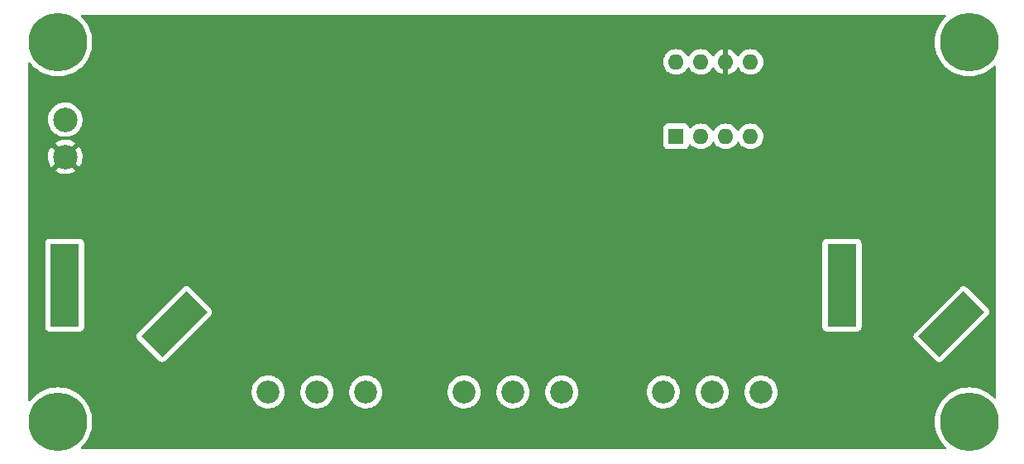
<source format=gbr>
%TF.GenerationSoftware,KiCad,Pcbnew,(6.0.0-0)*%
%TF.CreationDate,2022-11-16T00:40:35-05:00*%
%TF.ProjectId,amplifier,616d706c-6966-4696-9572-2e6b69636164,rev?*%
%TF.SameCoordinates,Original*%
%TF.FileFunction,Copper,L2,Bot*%
%TF.FilePolarity,Positive*%
%FSLAX46Y46*%
G04 Gerber Fmt 4.6, Leading zero omitted, Abs format (unit mm)*
G04 Created by KiCad (PCBNEW (6.0.0-0)) date 2022-11-16 00:40:35*
%MOMM*%
%LPD*%
G01*
G04 APERTURE LIST*
G04 Aperture macros list*
%AMRotRect*
0 Rectangle, with rotation*
0 The origin of the aperture is its center*
0 $1 length*
0 $2 width*
0 $3 Rotation angle, in degrees counterclockwise*
0 Add horizontal line*
21,1,$1,$2,0,0,$3*%
G04 Aperture macros list end*
%TA.AperFunction,ComponentPad*%
%ADD10C,6.000000*%
%TD*%
%TA.AperFunction,ComponentPad*%
%ADD11C,0.800000*%
%TD*%
%TA.AperFunction,ComponentPad*%
%ADD12R,1.600000X1.600000*%
%TD*%
%TA.AperFunction,ComponentPad*%
%ADD13O,1.600000X1.600000*%
%TD*%
%TA.AperFunction,ComponentPad*%
%ADD14C,2.340000*%
%TD*%
%TA.AperFunction,ComponentPad*%
%ADD15R,3.000000X8.500000*%
%TD*%
%TA.AperFunction,ComponentPad*%
%ADD16RotRect,3.000000X6.500000X315.000000*%
%TD*%
%TA.AperFunction,ComponentPad*%
%ADD17C,2.500000*%
%TD*%
%TA.AperFunction,ViaPad*%
%ADD18C,0.800000*%
%TD*%
G04 APERTURE END LIST*
D10*
%TO.P,H4,1,1*%
%TO.N,GND*%
X165125000Y-121412000D03*
D11*
X167375000Y-121412000D03*
X166715990Y-123002990D03*
X165125000Y-123662000D03*
X163534010Y-123002990D03*
X162875000Y-121412000D03*
X163534010Y-119821010D03*
X165125000Y-119162000D03*
X166715990Y-119821010D03*
%TD*%
D10*
%TO.P,H3,1,1*%
%TO.N,GND*%
X71861000Y-121412000D03*
D11*
X74111000Y-121412000D03*
X73451990Y-123002990D03*
X71861000Y-123662000D03*
X70270010Y-123002990D03*
X69611000Y-121412000D03*
X70270010Y-119821010D03*
X71861000Y-119162000D03*
X73451990Y-119821010D03*
%TD*%
D10*
%TO.P,H2,1,1*%
%TO.N,GND*%
X71861000Y-160274000D03*
D11*
X74111000Y-160274000D03*
X73451990Y-161864990D03*
X71861000Y-162524000D03*
X70270010Y-161864990D03*
X69611000Y-160274000D03*
X70270010Y-158683010D03*
X71861000Y-158024000D03*
X73451990Y-158683010D03*
%TD*%
D10*
%TO.P,H1,1,1*%
%TO.N,GND*%
X165125000Y-160274000D03*
D11*
X167375000Y-160274000D03*
X166715990Y-161864990D03*
X165125000Y-162524000D03*
X163534010Y-161864990D03*
X162875000Y-160274000D03*
X163534010Y-158683010D03*
X165125000Y-158024000D03*
X166715990Y-158683010D03*
%TD*%
D12*
%TO.P,U1,1,GAIN*%
%TO.N,Net-(RV2-Pad2)*%
X135138000Y-131054000D03*
D13*
%TO.P,U1,5*%
%TO.N,Net-(C7-Pad1)*%
X142758000Y-123434000D03*
%TO.P,U1,2,-*%
%TO.N,GND*%
X137678000Y-131054000D03*
%TO.P,U1,6,V+*%
%TO.N,+12V*%
X140218000Y-123434000D03*
%TO.P,U1,3,+*%
%TO.N,Net-(C3-Pad2)*%
X140218000Y-131054000D03*
%TO.P,U1,7,BYPASS*%
%TO.N,Net-(R1-Pad1)*%
X137678000Y-123434000D03*
%TO.P,U1,4,GND*%
%TO.N,GND*%
X142758000Y-131054000D03*
%TO.P,U1,8,GAIN*%
%TO.N,Net-(C6-Pad1)*%
X135138000Y-123434000D03*
%TD*%
D14*
%TO.P,RV3,1,1*%
%TO.N,unconnected-(RV3-Pad1)*%
X103378000Y-157220000D03*
%TO.P,RV3,2,2*%
%TO.N,Net-(RV2-Pad2)*%
X98378000Y-157220000D03*
%TO.P,RV3,3,3*%
%TO.N,Net-(C7-Pad2)*%
X93378000Y-157220000D03*
%TD*%
%TO.P,RV2,1,1*%
%TO.N,unconnected-(RV2-Pad1)*%
X123444000Y-157220000D03*
%TO.P,RV2,2,2*%
%TO.N,Net-(RV2-Pad2)*%
X118444000Y-157220000D03*
%TO.P,RV2,3,3*%
%TO.N,Net-(C6-Pad2)*%
X113444000Y-157220000D03*
%TD*%
%TO.P,RV1,1,1*%
%TO.N,/AUDIO_IN*%
X143837000Y-157226000D03*
%TO.P,RV1,2,2*%
%TO.N,Net-(C3-Pad2)*%
X138837000Y-157226000D03*
%TO.P,RV1,3,3*%
%TO.N,GND*%
X133837000Y-157226000D03*
%TD*%
D15*
%TO.P,J3,S*%
%TO.N,GND*%
X152109000Y-146304000D03*
D16*
%TO.P,J3,T*%
%TO.N,/AUDIO_OUT*%
X163319000Y-150286000D03*
%TD*%
D17*
%TO.P,J2,1,Pin_1*%
%TO.N,GND*%
X72623000Y-129352000D03*
%TO.P,J2,2,Pin_2*%
%TO.N,+12V*%
X72623000Y-133162000D03*
%TD*%
D15*
%TO.P,J1,S*%
%TO.N,GND*%
X72561000Y-146305000D03*
D16*
%TO.P,J1,T*%
%TO.N,/AUDIO_IN*%
X83771000Y-150287000D03*
%TD*%
D18*
%TO.N,+12V*%
X145796000Y-124968000D03*
%TD*%
%TA.AperFunction,Conductor*%
%TO.N,+12V*%
G36*
X162721162Y-118638002D02*
G01*
X162767655Y-118691658D01*
X162777759Y-118761932D01*
X162748265Y-118826512D01*
X162742136Y-118833095D01*
X162514098Y-119061133D01*
X162512013Y-119063708D01*
X162287328Y-119341171D01*
X162282668Y-119346925D01*
X162082380Y-119655343D01*
X161915427Y-119983006D01*
X161783639Y-120326326D01*
X161688459Y-120681541D01*
X161630931Y-121044759D01*
X161611685Y-121412000D01*
X161630931Y-121779241D01*
X161688459Y-122142459D01*
X161783639Y-122497674D01*
X161784824Y-122500762D01*
X161784825Y-122500764D01*
X161817592Y-122586125D01*
X161915427Y-122840994D01*
X161916925Y-122843934D01*
X161991384Y-122990067D01*
X162082380Y-123168657D01*
X162084176Y-123171423D01*
X162084178Y-123171426D01*
X162106574Y-123205913D01*
X162282668Y-123477075D01*
X162514098Y-123762867D01*
X162774133Y-124022902D01*
X163059925Y-124254332D01*
X163163474Y-124321577D01*
X163350406Y-124442972D01*
X163368342Y-124454620D01*
X163371276Y-124456115D01*
X163371283Y-124456119D01*
X163602342Y-124573849D01*
X163696006Y-124621573D01*
X163810414Y-124665490D01*
X164022805Y-124747019D01*
X164039326Y-124753361D01*
X164394541Y-124848541D01*
X164587558Y-124879112D01*
X164754511Y-124905555D01*
X164754519Y-124905556D01*
X164757759Y-124906069D01*
X165125000Y-124925315D01*
X165492241Y-124906069D01*
X165495481Y-124905556D01*
X165495489Y-124905555D01*
X165662442Y-124879112D01*
X165855459Y-124848541D01*
X166210674Y-124753361D01*
X166227196Y-124747019D01*
X166439586Y-124665490D01*
X166553994Y-124621573D01*
X166647658Y-124573849D01*
X166878717Y-124456119D01*
X166878724Y-124456115D01*
X166881658Y-124454620D01*
X166899595Y-124442972D01*
X167086526Y-124321577D01*
X167190075Y-124254332D01*
X167475867Y-124022902D01*
X167678905Y-123819864D01*
X167741217Y-123785838D01*
X167812032Y-123790903D01*
X167868868Y-123833450D01*
X167893679Y-123899970D01*
X167894000Y-123908959D01*
X167894000Y-157777041D01*
X167873998Y-157845162D01*
X167820342Y-157891655D01*
X167750068Y-157901759D01*
X167685488Y-157872265D01*
X167678905Y-157866136D01*
X167475867Y-157663098D01*
X167190075Y-157431668D01*
X166881658Y-157231380D01*
X166878724Y-157229885D01*
X166878717Y-157229881D01*
X166556934Y-157065925D01*
X166553994Y-157064427D01*
X166210674Y-156932639D01*
X165855459Y-156837459D01*
X165662442Y-156806888D01*
X165495489Y-156780445D01*
X165495481Y-156780444D01*
X165492241Y-156779931D01*
X165125000Y-156760685D01*
X164757759Y-156779931D01*
X164754519Y-156780444D01*
X164754511Y-156780445D01*
X164587558Y-156806888D01*
X164394541Y-156837459D01*
X164039326Y-156932639D01*
X163696006Y-157064427D01*
X163693066Y-157065925D01*
X163371284Y-157229881D01*
X163371277Y-157229885D01*
X163368343Y-157231380D01*
X163059925Y-157431668D01*
X162774133Y-157663098D01*
X162514098Y-157923133D01*
X162425059Y-158033087D01*
X162287328Y-158203171D01*
X162282668Y-158208925D01*
X162280866Y-158211700D01*
X162143279Y-158423567D01*
X162082380Y-158517343D01*
X162080885Y-158520277D01*
X162080881Y-158520284D01*
X161928834Y-158818694D01*
X161915427Y-158845006D01*
X161783639Y-159188326D01*
X161688459Y-159543541D01*
X161630931Y-159906759D01*
X161611685Y-160274000D01*
X161630931Y-160641241D01*
X161688459Y-161004459D01*
X161783639Y-161359674D01*
X161915427Y-161702994D01*
X162082380Y-162030657D01*
X162282668Y-162339075D01*
X162514098Y-162624867D01*
X162742136Y-162852905D01*
X162776162Y-162915217D01*
X162771097Y-162986032D01*
X162728550Y-163042868D01*
X162662030Y-163067679D01*
X162653041Y-163068000D01*
X74332959Y-163068000D01*
X74264838Y-163047998D01*
X74218345Y-162994342D01*
X74208241Y-162924068D01*
X74237735Y-162859488D01*
X74243864Y-162852905D01*
X74471902Y-162624867D01*
X74703332Y-162339075D01*
X74903620Y-162030657D01*
X75070573Y-161702994D01*
X75202361Y-161359674D01*
X75297541Y-161004459D01*
X75355069Y-160641241D01*
X75374315Y-160274000D01*
X75355069Y-159906759D01*
X75297541Y-159543541D01*
X75202361Y-159188326D01*
X75070573Y-158845006D01*
X75057166Y-158818694D01*
X74905119Y-158520284D01*
X74905115Y-158520277D01*
X74903620Y-158517343D01*
X74842722Y-158423567D01*
X74705134Y-158211700D01*
X74703332Y-158208925D01*
X74698673Y-158203171D01*
X74560941Y-158033087D01*
X74471902Y-157923133D01*
X74211867Y-157663098D01*
X73926075Y-157431668D01*
X73617658Y-157231380D01*
X73614724Y-157229885D01*
X73614717Y-157229881D01*
X73508849Y-157175939D01*
X91695370Y-157175939D01*
X91695594Y-157180606D01*
X91695594Y-157180611D01*
X91697335Y-157216851D01*
X91707339Y-157425131D01*
X91756010Y-157669818D01*
X91840314Y-157904622D01*
X91958398Y-158124386D01*
X91961193Y-158128130D01*
X91961195Y-158128132D01*
X92015463Y-158200805D01*
X92107668Y-158324283D01*
X92284844Y-158499921D01*
X92288606Y-158502679D01*
X92288609Y-158502682D01*
X92478265Y-158641742D01*
X92486036Y-158647440D01*
X92490171Y-158649616D01*
X92490175Y-158649618D01*
X92606009Y-158710561D01*
X92706823Y-158763602D01*
X92728423Y-158771145D01*
X92931510Y-158842066D01*
X92942354Y-158845853D01*
X92946947Y-158846725D01*
X93182867Y-158891516D01*
X93182870Y-158891516D01*
X93187456Y-158892387D01*
X93312099Y-158897284D01*
X93432075Y-158901999D01*
X93432081Y-158901999D01*
X93436743Y-158902182D01*
X93534134Y-158891516D01*
X93680087Y-158875532D01*
X93680092Y-158875531D01*
X93684740Y-158875022D01*
X93787030Y-158848091D01*
X93921476Y-158812694D01*
X93921478Y-158812693D01*
X93925999Y-158811503D01*
X94019935Y-158771145D01*
X94150924Y-158714868D01*
X94150926Y-158714867D01*
X94155218Y-158713023D01*
X94265667Y-158644675D01*
X94363391Y-158584202D01*
X94363395Y-158584199D01*
X94367364Y-158581743D01*
X94453667Y-158508682D01*
X94554209Y-158423567D01*
X94554210Y-158423566D01*
X94557775Y-158420548D01*
X94634054Y-158333569D01*
X94719187Y-158236494D01*
X94719191Y-158236489D01*
X94722269Y-158232979D01*
X94857231Y-158023157D01*
X94959697Y-157795691D01*
X94993505Y-157675818D01*
X95026146Y-157560082D01*
X95026147Y-157560079D01*
X95027416Y-157555578D01*
X95043248Y-157431131D01*
X95058502Y-157311222D01*
X95058502Y-157311218D01*
X95058900Y-157308092D01*
X95061207Y-157220000D01*
X95057933Y-157175939D01*
X96695370Y-157175939D01*
X96695594Y-157180606D01*
X96695594Y-157180611D01*
X96697335Y-157216851D01*
X96707339Y-157425131D01*
X96756010Y-157669818D01*
X96840314Y-157904622D01*
X96958398Y-158124386D01*
X96961193Y-158128130D01*
X96961195Y-158128132D01*
X97015463Y-158200805D01*
X97107668Y-158324283D01*
X97284844Y-158499921D01*
X97288606Y-158502679D01*
X97288609Y-158502682D01*
X97478265Y-158641742D01*
X97486036Y-158647440D01*
X97490171Y-158649616D01*
X97490175Y-158649618D01*
X97606009Y-158710561D01*
X97706823Y-158763602D01*
X97728423Y-158771145D01*
X97931510Y-158842066D01*
X97942354Y-158845853D01*
X97946947Y-158846725D01*
X98182867Y-158891516D01*
X98182870Y-158891516D01*
X98187456Y-158892387D01*
X98312099Y-158897284D01*
X98432075Y-158901999D01*
X98432081Y-158901999D01*
X98436743Y-158902182D01*
X98534134Y-158891516D01*
X98680087Y-158875532D01*
X98680092Y-158875531D01*
X98684740Y-158875022D01*
X98787030Y-158848091D01*
X98921476Y-158812694D01*
X98921478Y-158812693D01*
X98925999Y-158811503D01*
X99019935Y-158771145D01*
X99150924Y-158714868D01*
X99150926Y-158714867D01*
X99155218Y-158713023D01*
X99265667Y-158644675D01*
X99363391Y-158584202D01*
X99363395Y-158584199D01*
X99367364Y-158581743D01*
X99453667Y-158508682D01*
X99554209Y-158423567D01*
X99554210Y-158423566D01*
X99557775Y-158420548D01*
X99634054Y-158333569D01*
X99719187Y-158236494D01*
X99719191Y-158236489D01*
X99722269Y-158232979D01*
X99857231Y-158023157D01*
X99959697Y-157795691D01*
X99993505Y-157675818D01*
X100026146Y-157560082D01*
X100026147Y-157560079D01*
X100027416Y-157555578D01*
X100043248Y-157431131D01*
X100058502Y-157311222D01*
X100058502Y-157311218D01*
X100058900Y-157308092D01*
X100061207Y-157220000D01*
X100057933Y-157175939D01*
X101695370Y-157175939D01*
X101695594Y-157180606D01*
X101695594Y-157180611D01*
X101697335Y-157216851D01*
X101707339Y-157425131D01*
X101756010Y-157669818D01*
X101840314Y-157904622D01*
X101958398Y-158124386D01*
X101961193Y-158128130D01*
X101961195Y-158128132D01*
X102015463Y-158200805D01*
X102107668Y-158324283D01*
X102284844Y-158499921D01*
X102288606Y-158502679D01*
X102288609Y-158502682D01*
X102478265Y-158641742D01*
X102486036Y-158647440D01*
X102490171Y-158649616D01*
X102490175Y-158649618D01*
X102606009Y-158710561D01*
X102706823Y-158763602D01*
X102728423Y-158771145D01*
X102931510Y-158842066D01*
X102942354Y-158845853D01*
X102946947Y-158846725D01*
X103182867Y-158891516D01*
X103182870Y-158891516D01*
X103187456Y-158892387D01*
X103312099Y-158897284D01*
X103432075Y-158901999D01*
X103432081Y-158901999D01*
X103436743Y-158902182D01*
X103534134Y-158891516D01*
X103680087Y-158875532D01*
X103680092Y-158875531D01*
X103684740Y-158875022D01*
X103787030Y-158848091D01*
X103921476Y-158812694D01*
X103921478Y-158812693D01*
X103925999Y-158811503D01*
X104019935Y-158771145D01*
X104150924Y-158714868D01*
X104150926Y-158714867D01*
X104155218Y-158713023D01*
X104265667Y-158644675D01*
X104363391Y-158584202D01*
X104363395Y-158584199D01*
X104367364Y-158581743D01*
X104453667Y-158508682D01*
X104554209Y-158423567D01*
X104554210Y-158423566D01*
X104557775Y-158420548D01*
X104634054Y-158333569D01*
X104719187Y-158236494D01*
X104719191Y-158236489D01*
X104722269Y-158232979D01*
X104857231Y-158023157D01*
X104959697Y-157795691D01*
X104993505Y-157675818D01*
X105026146Y-157560082D01*
X105026147Y-157560079D01*
X105027416Y-157555578D01*
X105043248Y-157431131D01*
X105058502Y-157311222D01*
X105058502Y-157311218D01*
X105058900Y-157308092D01*
X105061207Y-157220000D01*
X105057933Y-157175939D01*
X111761370Y-157175939D01*
X111761594Y-157180606D01*
X111761594Y-157180611D01*
X111763335Y-157216851D01*
X111773339Y-157425131D01*
X111822010Y-157669818D01*
X111906314Y-157904622D01*
X112024398Y-158124386D01*
X112027193Y-158128130D01*
X112027195Y-158128132D01*
X112081463Y-158200805D01*
X112173668Y-158324283D01*
X112350844Y-158499921D01*
X112354606Y-158502679D01*
X112354609Y-158502682D01*
X112544265Y-158641742D01*
X112552036Y-158647440D01*
X112556171Y-158649616D01*
X112556175Y-158649618D01*
X112672009Y-158710561D01*
X112772823Y-158763602D01*
X112794423Y-158771145D01*
X112997510Y-158842066D01*
X113008354Y-158845853D01*
X113012947Y-158846725D01*
X113248867Y-158891516D01*
X113248870Y-158891516D01*
X113253456Y-158892387D01*
X113378099Y-158897284D01*
X113498075Y-158901999D01*
X113498081Y-158901999D01*
X113502743Y-158902182D01*
X113600134Y-158891516D01*
X113746087Y-158875532D01*
X113746092Y-158875531D01*
X113750740Y-158875022D01*
X113853030Y-158848091D01*
X113987476Y-158812694D01*
X113987478Y-158812693D01*
X113991999Y-158811503D01*
X114085935Y-158771145D01*
X114216924Y-158714868D01*
X114216926Y-158714867D01*
X114221218Y-158713023D01*
X114331667Y-158644675D01*
X114429391Y-158584202D01*
X114429395Y-158584199D01*
X114433364Y-158581743D01*
X114519667Y-158508682D01*
X114620209Y-158423567D01*
X114620210Y-158423566D01*
X114623775Y-158420548D01*
X114700054Y-158333569D01*
X114785187Y-158236494D01*
X114785191Y-158236489D01*
X114788269Y-158232979D01*
X114923231Y-158023157D01*
X115025697Y-157795691D01*
X115059505Y-157675818D01*
X115092146Y-157560082D01*
X115092147Y-157560079D01*
X115093416Y-157555578D01*
X115109248Y-157431131D01*
X115124502Y-157311222D01*
X115124502Y-157311218D01*
X115124900Y-157308092D01*
X115127207Y-157220000D01*
X115123933Y-157175939D01*
X116761370Y-157175939D01*
X116761594Y-157180606D01*
X116761594Y-157180611D01*
X116763335Y-157216851D01*
X116773339Y-157425131D01*
X116822010Y-157669818D01*
X116906314Y-157904622D01*
X117024398Y-158124386D01*
X117027193Y-158128130D01*
X117027195Y-158128132D01*
X117081463Y-158200805D01*
X117173668Y-158324283D01*
X117350844Y-158499921D01*
X117354606Y-158502679D01*
X117354609Y-158502682D01*
X117544265Y-158641742D01*
X117552036Y-158647440D01*
X117556171Y-158649616D01*
X117556175Y-158649618D01*
X117672009Y-158710561D01*
X117772823Y-158763602D01*
X117794423Y-158771145D01*
X117997510Y-158842066D01*
X118008354Y-158845853D01*
X118012947Y-158846725D01*
X118248867Y-158891516D01*
X118248870Y-158891516D01*
X118253456Y-158892387D01*
X118378099Y-158897284D01*
X118498075Y-158901999D01*
X118498081Y-158901999D01*
X118502743Y-158902182D01*
X118600134Y-158891516D01*
X118746087Y-158875532D01*
X118746092Y-158875531D01*
X118750740Y-158875022D01*
X118853030Y-158848091D01*
X118987476Y-158812694D01*
X118987478Y-158812693D01*
X118991999Y-158811503D01*
X119085935Y-158771145D01*
X119216924Y-158714868D01*
X119216926Y-158714867D01*
X119221218Y-158713023D01*
X119331667Y-158644675D01*
X119429391Y-158584202D01*
X119429395Y-158584199D01*
X119433364Y-158581743D01*
X119519667Y-158508682D01*
X119620209Y-158423567D01*
X119620210Y-158423566D01*
X119623775Y-158420548D01*
X119700054Y-158333569D01*
X119785187Y-158236494D01*
X119785191Y-158236489D01*
X119788269Y-158232979D01*
X119923231Y-158023157D01*
X120025697Y-157795691D01*
X120059505Y-157675818D01*
X120092146Y-157560082D01*
X120092147Y-157560079D01*
X120093416Y-157555578D01*
X120109248Y-157431131D01*
X120124502Y-157311222D01*
X120124502Y-157311218D01*
X120124900Y-157308092D01*
X120127207Y-157220000D01*
X120123933Y-157175939D01*
X121761370Y-157175939D01*
X121761594Y-157180606D01*
X121761594Y-157180611D01*
X121763335Y-157216851D01*
X121773339Y-157425131D01*
X121822010Y-157669818D01*
X121906314Y-157904622D01*
X122024398Y-158124386D01*
X122027193Y-158128130D01*
X122027195Y-158128132D01*
X122081463Y-158200805D01*
X122173668Y-158324283D01*
X122350844Y-158499921D01*
X122354606Y-158502679D01*
X122354609Y-158502682D01*
X122544265Y-158641742D01*
X122552036Y-158647440D01*
X122556171Y-158649616D01*
X122556175Y-158649618D01*
X122672009Y-158710561D01*
X122772823Y-158763602D01*
X122794423Y-158771145D01*
X122997510Y-158842066D01*
X123008354Y-158845853D01*
X123012947Y-158846725D01*
X123248867Y-158891516D01*
X123248870Y-158891516D01*
X123253456Y-158892387D01*
X123378099Y-158897284D01*
X123498075Y-158901999D01*
X123498081Y-158901999D01*
X123502743Y-158902182D01*
X123600134Y-158891516D01*
X123746087Y-158875532D01*
X123746092Y-158875531D01*
X123750740Y-158875022D01*
X123853030Y-158848091D01*
X123987476Y-158812694D01*
X123987478Y-158812693D01*
X123991999Y-158811503D01*
X124085935Y-158771145D01*
X124216924Y-158714868D01*
X124216926Y-158714867D01*
X124221218Y-158713023D01*
X124331667Y-158644675D01*
X124429391Y-158584202D01*
X124429395Y-158584199D01*
X124433364Y-158581743D01*
X124519667Y-158508682D01*
X124620209Y-158423567D01*
X124620210Y-158423566D01*
X124623775Y-158420548D01*
X124700054Y-158333569D01*
X124785187Y-158236494D01*
X124785191Y-158236489D01*
X124788269Y-158232979D01*
X124923231Y-158023157D01*
X125025697Y-157795691D01*
X125059505Y-157675818D01*
X125092146Y-157560082D01*
X125092147Y-157560079D01*
X125093416Y-157555578D01*
X125109248Y-157431131D01*
X125124502Y-157311222D01*
X125124502Y-157311218D01*
X125124900Y-157308092D01*
X125127207Y-157220000D01*
X125124379Y-157181939D01*
X132154370Y-157181939D01*
X132154594Y-157186606D01*
X132154594Y-157186611D01*
X132156831Y-157233178D01*
X132166339Y-157431131D01*
X132215010Y-157675818D01*
X132299314Y-157910622D01*
X132417398Y-158130386D01*
X132566668Y-158330283D01*
X132743844Y-158505921D01*
X132747606Y-158508679D01*
X132747609Y-158508682D01*
X132933082Y-158644675D01*
X132945036Y-158653440D01*
X132949171Y-158655616D01*
X132949175Y-158655618D01*
X133053605Y-158710561D01*
X133165823Y-158769602D01*
X133280523Y-158809657D01*
X133386670Y-158846725D01*
X133401354Y-158851853D01*
X133405947Y-158852725D01*
X133641867Y-158897516D01*
X133641870Y-158897516D01*
X133646456Y-158898387D01*
X133771100Y-158903285D01*
X133891075Y-158907999D01*
X133891081Y-158907999D01*
X133895743Y-158908182D01*
X133993134Y-158897516D01*
X134139087Y-158881532D01*
X134139092Y-158881531D01*
X134143740Y-158881022D01*
X134148264Y-158879831D01*
X134380476Y-158818694D01*
X134380478Y-158818693D01*
X134384999Y-158817503D01*
X134389296Y-158815657D01*
X134609924Y-158720868D01*
X134609926Y-158720867D01*
X134614218Y-158719023D01*
X134734363Y-158644675D01*
X134822391Y-158590202D01*
X134822395Y-158590199D01*
X134826364Y-158587743D01*
X134926900Y-158502633D01*
X135013209Y-158429567D01*
X135013210Y-158429566D01*
X135016775Y-158426548D01*
X135098316Y-158333569D01*
X135178187Y-158242494D01*
X135178191Y-158242489D01*
X135181269Y-158238979D01*
X135185129Y-158232979D01*
X135313703Y-158033087D01*
X135316231Y-158029157D01*
X135418697Y-157801691D01*
X135425649Y-157777041D01*
X135485146Y-157566082D01*
X135485147Y-157566079D01*
X135486416Y-157561578D01*
X135503172Y-157429866D01*
X135517502Y-157317222D01*
X135517502Y-157317218D01*
X135517900Y-157314092D01*
X135520207Y-157226000D01*
X135516933Y-157181939D01*
X137154370Y-157181939D01*
X137154594Y-157186606D01*
X137154594Y-157186611D01*
X137156831Y-157233178D01*
X137166339Y-157431131D01*
X137215010Y-157675818D01*
X137299314Y-157910622D01*
X137417398Y-158130386D01*
X137566668Y-158330283D01*
X137743844Y-158505921D01*
X137747606Y-158508679D01*
X137747609Y-158508682D01*
X137933082Y-158644675D01*
X137945036Y-158653440D01*
X137949171Y-158655616D01*
X137949175Y-158655618D01*
X138053605Y-158710561D01*
X138165823Y-158769602D01*
X138280523Y-158809657D01*
X138386670Y-158846725D01*
X138401354Y-158851853D01*
X138405947Y-158852725D01*
X138641867Y-158897516D01*
X138641870Y-158897516D01*
X138646456Y-158898387D01*
X138771100Y-158903285D01*
X138891075Y-158907999D01*
X138891081Y-158907999D01*
X138895743Y-158908182D01*
X138993134Y-158897516D01*
X139139087Y-158881532D01*
X139139092Y-158881531D01*
X139143740Y-158881022D01*
X139148264Y-158879831D01*
X139380476Y-158818694D01*
X139380478Y-158818693D01*
X139384999Y-158817503D01*
X139389296Y-158815657D01*
X139609924Y-158720868D01*
X139609926Y-158720867D01*
X139614218Y-158719023D01*
X139734363Y-158644675D01*
X139822391Y-158590202D01*
X139822395Y-158590199D01*
X139826364Y-158587743D01*
X139926900Y-158502633D01*
X140013209Y-158429567D01*
X140013210Y-158429566D01*
X140016775Y-158426548D01*
X140098316Y-158333569D01*
X140178187Y-158242494D01*
X140178191Y-158242489D01*
X140181269Y-158238979D01*
X140185129Y-158232979D01*
X140313703Y-158033087D01*
X140316231Y-158029157D01*
X140418697Y-157801691D01*
X140425649Y-157777041D01*
X140485146Y-157566082D01*
X140485147Y-157566079D01*
X140486416Y-157561578D01*
X140503172Y-157429866D01*
X140517502Y-157317222D01*
X140517502Y-157317218D01*
X140517900Y-157314092D01*
X140520207Y-157226000D01*
X140516933Y-157181939D01*
X142154370Y-157181939D01*
X142154594Y-157186606D01*
X142154594Y-157186611D01*
X142156831Y-157233178D01*
X142166339Y-157431131D01*
X142215010Y-157675818D01*
X142299314Y-157910622D01*
X142417398Y-158130386D01*
X142566668Y-158330283D01*
X142743844Y-158505921D01*
X142747606Y-158508679D01*
X142747609Y-158508682D01*
X142933082Y-158644675D01*
X142945036Y-158653440D01*
X142949171Y-158655616D01*
X142949175Y-158655618D01*
X143053605Y-158710561D01*
X143165823Y-158769602D01*
X143280523Y-158809657D01*
X143386670Y-158846725D01*
X143401354Y-158851853D01*
X143405947Y-158852725D01*
X143641867Y-158897516D01*
X143641870Y-158897516D01*
X143646456Y-158898387D01*
X143771100Y-158903285D01*
X143891075Y-158907999D01*
X143891081Y-158907999D01*
X143895743Y-158908182D01*
X143993134Y-158897516D01*
X144139087Y-158881532D01*
X144139092Y-158881531D01*
X144143740Y-158881022D01*
X144148264Y-158879831D01*
X144380476Y-158818694D01*
X144380478Y-158818693D01*
X144384999Y-158817503D01*
X144389296Y-158815657D01*
X144609924Y-158720868D01*
X144609926Y-158720867D01*
X144614218Y-158719023D01*
X144734363Y-158644675D01*
X144822391Y-158590202D01*
X144822395Y-158590199D01*
X144826364Y-158587743D01*
X144926900Y-158502633D01*
X145013209Y-158429567D01*
X145013210Y-158429566D01*
X145016775Y-158426548D01*
X145098316Y-158333569D01*
X145178187Y-158242494D01*
X145178191Y-158242489D01*
X145181269Y-158238979D01*
X145185129Y-158232979D01*
X145313703Y-158033087D01*
X145316231Y-158029157D01*
X145418697Y-157801691D01*
X145425649Y-157777041D01*
X145485146Y-157566082D01*
X145485147Y-157566079D01*
X145486416Y-157561578D01*
X145503172Y-157429866D01*
X145517502Y-157317222D01*
X145517502Y-157317218D01*
X145517900Y-157314092D01*
X145520207Y-157226000D01*
X145501718Y-156977206D01*
X145446659Y-156733878D01*
X145442633Y-156723524D01*
X145357931Y-156505714D01*
X145357930Y-156505712D01*
X145356238Y-156501361D01*
X145232442Y-156284763D01*
X145077990Y-156088842D01*
X144896276Y-155917902D01*
X144780160Y-155837350D01*
X144695130Y-155778362D01*
X144695125Y-155778359D01*
X144691292Y-155775700D01*
X144687110Y-155773637D01*
X144687102Y-155773633D01*
X144471728Y-155667423D01*
X144471725Y-155667422D01*
X144467540Y-155665358D01*
X144455248Y-155661423D01*
X144417647Y-155649387D01*
X144229937Y-155589300D01*
X144225330Y-155588550D01*
X144225327Y-155588549D01*
X143988312Y-155549949D01*
X143988313Y-155549949D01*
X143983701Y-155549198D01*
X143862753Y-155547615D01*
X143738920Y-155545994D01*
X143738917Y-155545994D01*
X143734243Y-155545933D01*
X143487042Y-155579575D01*
X143482556Y-155580883D01*
X143482554Y-155580883D01*
X143453677Y-155589300D01*
X143247528Y-155649387D01*
X143020965Y-155753834D01*
X143017056Y-155756397D01*
X142816242Y-155888056D01*
X142816237Y-155888060D01*
X142812329Y-155890622D01*
X142719265Y-155973684D01*
X142636417Y-156047629D01*
X142626202Y-156056746D01*
X142466675Y-156248557D01*
X142337252Y-156461840D01*
X142240775Y-156691911D01*
X142239624Y-156696443D01*
X142239623Y-156696446D01*
X142218421Y-156779931D01*
X142179365Y-156933714D01*
X142154370Y-157181939D01*
X140516933Y-157181939D01*
X140501718Y-156977206D01*
X140446659Y-156733878D01*
X140442633Y-156723524D01*
X140357931Y-156505714D01*
X140357930Y-156505712D01*
X140356238Y-156501361D01*
X140232442Y-156284763D01*
X140077990Y-156088842D01*
X139896276Y-155917902D01*
X139780160Y-155837350D01*
X139695130Y-155778362D01*
X139695125Y-155778359D01*
X139691292Y-155775700D01*
X139687110Y-155773637D01*
X139687102Y-155773633D01*
X139471728Y-155667423D01*
X139471725Y-155667422D01*
X139467540Y-155665358D01*
X139455248Y-155661423D01*
X139417647Y-155649387D01*
X139229937Y-155589300D01*
X139225330Y-155588550D01*
X139225327Y-155588549D01*
X138988312Y-155549949D01*
X138988313Y-155549949D01*
X138983701Y-155549198D01*
X138862753Y-155547615D01*
X138738920Y-155545994D01*
X138738917Y-155545994D01*
X138734243Y-155545933D01*
X138487042Y-155579575D01*
X138482556Y-155580883D01*
X138482554Y-155580883D01*
X138453677Y-155589300D01*
X138247528Y-155649387D01*
X138020965Y-155753834D01*
X138017056Y-155756397D01*
X137816242Y-155888056D01*
X137816237Y-155888060D01*
X137812329Y-155890622D01*
X137719265Y-155973684D01*
X137636417Y-156047629D01*
X137626202Y-156056746D01*
X137466675Y-156248557D01*
X137337252Y-156461840D01*
X137240775Y-156691911D01*
X137239624Y-156696443D01*
X137239623Y-156696446D01*
X137218421Y-156779931D01*
X137179365Y-156933714D01*
X137154370Y-157181939D01*
X135516933Y-157181939D01*
X135501718Y-156977206D01*
X135446659Y-156733878D01*
X135442633Y-156723524D01*
X135357931Y-156505714D01*
X135357930Y-156505712D01*
X135356238Y-156501361D01*
X135232442Y-156284763D01*
X135077990Y-156088842D01*
X134896276Y-155917902D01*
X134780160Y-155837350D01*
X134695130Y-155778362D01*
X134695125Y-155778359D01*
X134691292Y-155775700D01*
X134687110Y-155773637D01*
X134687102Y-155773633D01*
X134471728Y-155667423D01*
X134471725Y-155667422D01*
X134467540Y-155665358D01*
X134455248Y-155661423D01*
X134417647Y-155649387D01*
X134229937Y-155589300D01*
X134225330Y-155588550D01*
X134225327Y-155588549D01*
X133988312Y-155549949D01*
X133988313Y-155549949D01*
X133983701Y-155549198D01*
X133862753Y-155547615D01*
X133738920Y-155545994D01*
X133738917Y-155545994D01*
X133734243Y-155545933D01*
X133487042Y-155579575D01*
X133482556Y-155580883D01*
X133482554Y-155580883D01*
X133453677Y-155589300D01*
X133247528Y-155649387D01*
X133020965Y-155753834D01*
X133017056Y-155756397D01*
X132816242Y-155888056D01*
X132816237Y-155888060D01*
X132812329Y-155890622D01*
X132719265Y-155973684D01*
X132636417Y-156047629D01*
X132626202Y-156056746D01*
X132466675Y-156248557D01*
X132337252Y-156461840D01*
X132240775Y-156691911D01*
X132239624Y-156696443D01*
X132239623Y-156696446D01*
X132218421Y-156779931D01*
X132179365Y-156933714D01*
X132154370Y-157181939D01*
X125124379Y-157181939D01*
X125108718Y-156971206D01*
X125053659Y-156727878D01*
X125039672Y-156691911D01*
X124964931Y-156499714D01*
X124964930Y-156499712D01*
X124963238Y-156495361D01*
X124941793Y-156457839D01*
X124917285Y-156414959D01*
X124839442Y-156278763D01*
X124684990Y-156082842D01*
X124503276Y-155911902D01*
X124387160Y-155831350D01*
X124302130Y-155772362D01*
X124302125Y-155772359D01*
X124298292Y-155769700D01*
X124294110Y-155767637D01*
X124294102Y-155767633D01*
X124078728Y-155661423D01*
X124078725Y-155661422D01*
X124074540Y-155659358D01*
X123836937Y-155583300D01*
X123832330Y-155582550D01*
X123832327Y-155582549D01*
X123607869Y-155545994D01*
X123590701Y-155543198D01*
X123469753Y-155541615D01*
X123345920Y-155539994D01*
X123345917Y-155539994D01*
X123341243Y-155539933D01*
X123094042Y-155573575D01*
X123089556Y-155574883D01*
X123089554Y-155574883D01*
X123040092Y-155589300D01*
X122854528Y-155643387D01*
X122627965Y-155747834D01*
X122614904Y-155756397D01*
X122423242Y-155882056D01*
X122423237Y-155882060D01*
X122419329Y-155884622D01*
X122233202Y-156050746D01*
X122073675Y-156242557D01*
X121944252Y-156455840D01*
X121847775Y-156685911D01*
X121846624Y-156690443D01*
X121846623Y-156690446D01*
X121828785Y-156760685D01*
X121786365Y-156927714D01*
X121761370Y-157175939D01*
X120123933Y-157175939D01*
X120108718Y-156971206D01*
X120053659Y-156727878D01*
X120039672Y-156691911D01*
X119964931Y-156499714D01*
X119964930Y-156499712D01*
X119963238Y-156495361D01*
X119941793Y-156457839D01*
X119917285Y-156414959D01*
X119839442Y-156278763D01*
X119684990Y-156082842D01*
X119503276Y-155911902D01*
X119387160Y-155831350D01*
X119302130Y-155772362D01*
X119302125Y-155772359D01*
X119298292Y-155769700D01*
X119294110Y-155767637D01*
X119294102Y-155767633D01*
X119078728Y-155661423D01*
X119078725Y-155661422D01*
X119074540Y-155659358D01*
X118836937Y-155583300D01*
X118832330Y-155582550D01*
X118832327Y-155582549D01*
X118607869Y-155545994D01*
X118590701Y-155543198D01*
X118469753Y-155541615D01*
X118345920Y-155539994D01*
X118345917Y-155539994D01*
X118341243Y-155539933D01*
X118094042Y-155573575D01*
X118089556Y-155574883D01*
X118089554Y-155574883D01*
X118040092Y-155589300D01*
X117854528Y-155643387D01*
X117627965Y-155747834D01*
X117614904Y-155756397D01*
X117423242Y-155882056D01*
X117423237Y-155882060D01*
X117419329Y-155884622D01*
X117233202Y-156050746D01*
X117073675Y-156242557D01*
X116944252Y-156455840D01*
X116847775Y-156685911D01*
X116846624Y-156690443D01*
X116846623Y-156690446D01*
X116828785Y-156760685D01*
X116786365Y-156927714D01*
X116761370Y-157175939D01*
X115123933Y-157175939D01*
X115108718Y-156971206D01*
X115053659Y-156727878D01*
X115039672Y-156691911D01*
X114964931Y-156499714D01*
X114964930Y-156499712D01*
X114963238Y-156495361D01*
X114941793Y-156457839D01*
X114917285Y-156414959D01*
X114839442Y-156278763D01*
X114684990Y-156082842D01*
X114503276Y-155911902D01*
X114387160Y-155831350D01*
X114302130Y-155772362D01*
X114302125Y-155772359D01*
X114298292Y-155769700D01*
X114294110Y-155767637D01*
X114294102Y-155767633D01*
X114078728Y-155661423D01*
X114078725Y-155661422D01*
X114074540Y-155659358D01*
X113836937Y-155583300D01*
X113832330Y-155582550D01*
X113832327Y-155582549D01*
X113607869Y-155545994D01*
X113590701Y-155543198D01*
X113469753Y-155541615D01*
X113345920Y-155539994D01*
X113345917Y-155539994D01*
X113341243Y-155539933D01*
X113094042Y-155573575D01*
X113089556Y-155574883D01*
X113089554Y-155574883D01*
X113040092Y-155589300D01*
X112854528Y-155643387D01*
X112627965Y-155747834D01*
X112614904Y-155756397D01*
X112423242Y-155882056D01*
X112423237Y-155882060D01*
X112419329Y-155884622D01*
X112233202Y-156050746D01*
X112073675Y-156242557D01*
X111944252Y-156455840D01*
X111847775Y-156685911D01*
X111846624Y-156690443D01*
X111846623Y-156690446D01*
X111828785Y-156760685D01*
X111786365Y-156927714D01*
X111761370Y-157175939D01*
X105057933Y-157175939D01*
X105042718Y-156971206D01*
X104987659Y-156727878D01*
X104973672Y-156691911D01*
X104898931Y-156499714D01*
X104898930Y-156499712D01*
X104897238Y-156495361D01*
X104875793Y-156457839D01*
X104851285Y-156414959D01*
X104773442Y-156278763D01*
X104618990Y-156082842D01*
X104437276Y-155911902D01*
X104321160Y-155831350D01*
X104236130Y-155772362D01*
X104236125Y-155772359D01*
X104232292Y-155769700D01*
X104228110Y-155767637D01*
X104228102Y-155767633D01*
X104012728Y-155661423D01*
X104012725Y-155661422D01*
X104008540Y-155659358D01*
X103770937Y-155583300D01*
X103766330Y-155582550D01*
X103766327Y-155582549D01*
X103541869Y-155545994D01*
X103524701Y-155543198D01*
X103403753Y-155541615D01*
X103279920Y-155539994D01*
X103279917Y-155539994D01*
X103275243Y-155539933D01*
X103028042Y-155573575D01*
X103023556Y-155574883D01*
X103023554Y-155574883D01*
X102974092Y-155589300D01*
X102788528Y-155643387D01*
X102561965Y-155747834D01*
X102548904Y-155756397D01*
X102357242Y-155882056D01*
X102357237Y-155882060D01*
X102353329Y-155884622D01*
X102167202Y-156050746D01*
X102007675Y-156242557D01*
X101878252Y-156455840D01*
X101781775Y-156685911D01*
X101780624Y-156690443D01*
X101780623Y-156690446D01*
X101762785Y-156760685D01*
X101720365Y-156927714D01*
X101695370Y-157175939D01*
X100057933Y-157175939D01*
X100042718Y-156971206D01*
X99987659Y-156727878D01*
X99973672Y-156691911D01*
X99898931Y-156499714D01*
X99898930Y-156499712D01*
X99897238Y-156495361D01*
X99875793Y-156457839D01*
X99851285Y-156414959D01*
X99773442Y-156278763D01*
X99618990Y-156082842D01*
X99437276Y-155911902D01*
X99321160Y-155831350D01*
X99236130Y-155772362D01*
X99236125Y-155772359D01*
X99232292Y-155769700D01*
X99228110Y-155767637D01*
X99228102Y-155767633D01*
X99012728Y-155661423D01*
X99012725Y-155661422D01*
X99008540Y-155659358D01*
X98770937Y-155583300D01*
X98766330Y-155582550D01*
X98766327Y-155582549D01*
X98541869Y-155545994D01*
X98524701Y-155543198D01*
X98403753Y-155541615D01*
X98279920Y-155539994D01*
X98279917Y-155539994D01*
X98275243Y-155539933D01*
X98028042Y-155573575D01*
X98023556Y-155574883D01*
X98023554Y-155574883D01*
X97974092Y-155589300D01*
X97788528Y-155643387D01*
X97561965Y-155747834D01*
X97548904Y-155756397D01*
X97357242Y-155882056D01*
X97357237Y-155882060D01*
X97353329Y-155884622D01*
X97167202Y-156050746D01*
X97007675Y-156242557D01*
X96878252Y-156455840D01*
X96781775Y-156685911D01*
X96780624Y-156690443D01*
X96780623Y-156690446D01*
X96762785Y-156760685D01*
X96720365Y-156927714D01*
X96695370Y-157175939D01*
X95057933Y-157175939D01*
X95042718Y-156971206D01*
X94987659Y-156727878D01*
X94973672Y-156691911D01*
X94898931Y-156499714D01*
X94898930Y-156499712D01*
X94897238Y-156495361D01*
X94875793Y-156457839D01*
X94851285Y-156414959D01*
X94773442Y-156278763D01*
X94618990Y-156082842D01*
X94437276Y-155911902D01*
X94321160Y-155831350D01*
X94236130Y-155772362D01*
X94236125Y-155772359D01*
X94232292Y-155769700D01*
X94228110Y-155767637D01*
X94228102Y-155767633D01*
X94012728Y-155661423D01*
X94012725Y-155661422D01*
X94008540Y-155659358D01*
X93770937Y-155583300D01*
X93766330Y-155582550D01*
X93766327Y-155582549D01*
X93541869Y-155545994D01*
X93524701Y-155543198D01*
X93403753Y-155541615D01*
X93279920Y-155539994D01*
X93279917Y-155539994D01*
X93275243Y-155539933D01*
X93028042Y-155573575D01*
X93023556Y-155574883D01*
X93023554Y-155574883D01*
X92974092Y-155589300D01*
X92788528Y-155643387D01*
X92561965Y-155747834D01*
X92548904Y-155756397D01*
X92357242Y-155882056D01*
X92357237Y-155882060D01*
X92353329Y-155884622D01*
X92167202Y-156050746D01*
X92007675Y-156242557D01*
X91878252Y-156455840D01*
X91781775Y-156685911D01*
X91780624Y-156690443D01*
X91780623Y-156690446D01*
X91762785Y-156760685D01*
X91720365Y-156927714D01*
X91695370Y-157175939D01*
X73508849Y-157175939D01*
X73292934Y-157065925D01*
X73289994Y-157064427D01*
X72946674Y-156932639D01*
X72591459Y-156837459D01*
X72398442Y-156806888D01*
X72231489Y-156780445D01*
X72231481Y-156780444D01*
X72228241Y-156779931D01*
X71861000Y-156760685D01*
X71493759Y-156779931D01*
X71490519Y-156780444D01*
X71490511Y-156780445D01*
X71323558Y-156806888D01*
X71130541Y-156837459D01*
X70775326Y-156932639D01*
X70432006Y-157064427D01*
X70429066Y-157065925D01*
X70107284Y-157229881D01*
X70107277Y-157229885D01*
X70104343Y-157231380D01*
X69795925Y-157431668D01*
X69510133Y-157663098D01*
X69250098Y-157923133D01*
X69085605Y-158126265D01*
X69057920Y-158160453D01*
X68999506Y-158200805D01*
X68928549Y-158203171D01*
X68867577Y-158166798D01*
X68835949Y-158103236D01*
X68834000Y-158081159D01*
X68834000Y-151524437D01*
X79898514Y-151524437D01*
X79919163Y-151668623D01*
X79979450Y-151801219D01*
X79984397Y-151807372D01*
X79984399Y-151807375D01*
X80005187Y-151833229D01*
X80018643Y-151849965D01*
X82208035Y-154039357D01*
X82210697Y-154041497D01*
X82250625Y-154073601D01*
X82250628Y-154073603D01*
X82256781Y-154078550D01*
X82389377Y-154138837D01*
X82398260Y-154140109D01*
X82398263Y-154140110D01*
X82524674Y-154158213D01*
X82533563Y-154159486D01*
X82542452Y-154158213D01*
X82668863Y-154140110D01*
X82668866Y-154140109D01*
X82677749Y-154138837D01*
X82810345Y-154078550D01*
X82816498Y-154073603D01*
X82816501Y-154073601D01*
X82856429Y-154041497D01*
X82859091Y-154039357D01*
X85375011Y-151523437D01*
X159446514Y-151523437D01*
X159467163Y-151667623D01*
X159527450Y-151800219D01*
X159532397Y-151806372D01*
X159532399Y-151806375D01*
X159553187Y-151832229D01*
X159566643Y-151848965D01*
X161756035Y-154038357D01*
X161772771Y-154051813D01*
X161798625Y-154072601D01*
X161798628Y-154072603D01*
X161804781Y-154077550D01*
X161937377Y-154137837D01*
X161946260Y-154139109D01*
X161946263Y-154139110D01*
X162072674Y-154157213D01*
X162081563Y-154158486D01*
X162090452Y-154157213D01*
X162216863Y-154139110D01*
X162216866Y-154139109D01*
X162225749Y-154137837D01*
X162358345Y-154077550D01*
X162364498Y-154072603D01*
X162364501Y-154072601D01*
X162390355Y-154051813D01*
X162407091Y-154038357D01*
X167071357Y-149374091D01*
X167084813Y-149357355D01*
X167105601Y-149331501D01*
X167105603Y-149331498D01*
X167110550Y-149325345D01*
X167170837Y-149192749D01*
X167191486Y-149048563D01*
X167170837Y-148904377D01*
X167110550Y-148771781D01*
X167105603Y-148765628D01*
X167105601Y-148765625D01*
X167073497Y-148725697D01*
X167071357Y-148723035D01*
X164881965Y-146533643D01*
X164865229Y-146520187D01*
X164839375Y-146499399D01*
X164839372Y-146499397D01*
X164833219Y-146494450D01*
X164700623Y-146434163D01*
X164691740Y-146432891D01*
X164691737Y-146432890D01*
X164565326Y-146414787D01*
X164556437Y-146413514D01*
X164547548Y-146414787D01*
X164421137Y-146432890D01*
X164421134Y-146432891D01*
X164412251Y-146434163D01*
X164279655Y-146494450D01*
X164273502Y-146499397D01*
X164273499Y-146499399D01*
X164247645Y-146520187D01*
X164230909Y-146533643D01*
X159566643Y-151197909D01*
X159564503Y-151200571D01*
X159532399Y-151240499D01*
X159532397Y-151240502D01*
X159527450Y-151246655D01*
X159467163Y-151379251D01*
X159446514Y-151523437D01*
X85375011Y-151523437D01*
X86296314Y-150602134D01*
X150100500Y-150602134D01*
X150107255Y-150664316D01*
X150158385Y-150800705D01*
X150245739Y-150917261D01*
X150362295Y-151004615D01*
X150498684Y-151055745D01*
X150560866Y-151062500D01*
X153657134Y-151062500D01*
X153719316Y-151055745D01*
X153855705Y-151004615D01*
X153972261Y-150917261D01*
X154059615Y-150800705D01*
X154110745Y-150664316D01*
X154117500Y-150602134D01*
X154117500Y-142005866D01*
X154110745Y-141943684D01*
X154059615Y-141807295D01*
X153972261Y-141690739D01*
X153855705Y-141603385D01*
X153719316Y-141552255D01*
X153657134Y-141545500D01*
X150560866Y-141545500D01*
X150498684Y-141552255D01*
X150362295Y-141603385D01*
X150245739Y-141690739D01*
X150158385Y-141807295D01*
X150107255Y-141943684D01*
X150100500Y-142005866D01*
X150100500Y-150602134D01*
X86296314Y-150602134D01*
X87523357Y-149375091D01*
X87536813Y-149358355D01*
X87557601Y-149332501D01*
X87557603Y-149332498D01*
X87562550Y-149326345D01*
X87622837Y-149193749D01*
X87643486Y-149049563D01*
X87622837Y-148905377D01*
X87562550Y-148772781D01*
X87557603Y-148766628D01*
X87557601Y-148766625D01*
X87525497Y-148726697D01*
X87523357Y-148724035D01*
X85333965Y-146534643D01*
X85317229Y-146521187D01*
X85291375Y-146500399D01*
X85291372Y-146500397D01*
X85285219Y-146495450D01*
X85152623Y-146435163D01*
X85143740Y-146433891D01*
X85143737Y-146433890D01*
X85017326Y-146415787D01*
X85008437Y-146414514D01*
X84999548Y-146415787D01*
X84873137Y-146433890D01*
X84873134Y-146433891D01*
X84864251Y-146435163D01*
X84731655Y-146495450D01*
X84725502Y-146500397D01*
X84725499Y-146500399D01*
X84699645Y-146521187D01*
X84682909Y-146534643D01*
X80018643Y-151198909D01*
X80016503Y-151201571D01*
X79984399Y-151241499D01*
X79984397Y-151241502D01*
X79979450Y-151247655D01*
X79919163Y-151380251D01*
X79898514Y-151524437D01*
X68834000Y-151524437D01*
X68834000Y-150603134D01*
X70552500Y-150603134D01*
X70559255Y-150665316D01*
X70610385Y-150801705D01*
X70697739Y-150918261D01*
X70814295Y-151005615D01*
X70950684Y-151056745D01*
X71012866Y-151063500D01*
X74109134Y-151063500D01*
X74171316Y-151056745D01*
X74307705Y-151005615D01*
X74424261Y-150918261D01*
X74511615Y-150801705D01*
X74562745Y-150665316D01*
X74569500Y-150603134D01*
X74569500Y-142006866D01*
X74562745Y-141944684D01*
X74511615Y-141808295D01*
X74424261Y-141691739D01*
X74307705Y-141604385D01*
X74171316Y-141553255D01*
X74109134Y-141546500D01*
X71012866Y-141546500D01*
X70950684Y-141553255D01*
X70814295Y-141604385D01*
X70697739Y-141691739D01*
X70610385Y-141808295D01*
X70559255Y-141944684D01*
X70552500Y-142006866D01*
X70552500Y-150603134D01*
X68834000Y-150603134D01*
X68834000Y-134571133D01*
X71578612Y-134571133D01*
X71587325Y-134582653D01*
X71685018Y-134654284D01*
X71692928Y-134659227D01*
X71915890Y-134776533D01*
X71924453Y-134780256D01*
X72162304Y-134863318D01*
X72171313Y-134865732D01*
X72418842Y-134912727D01*
X72428098Y-134913781D01*
X72679857Y-134923673D01*
X72689171Y-134923347D01*
X72939615Y-134895920D01*
X72948792Y-134894219D01*
X73192431Y-134830074D01*
X73201251Y-134827037D01*
X73432736Y-134727583D01*
X73441008Y-134723276D01*
X73655249Y-134590700D01*
X73662188Y-134585658D01*
X73670518Y-134573019D01*
X73664456Y-134562666D01*
X72635812Y-133534022D01*
X72621868Y-133526408D01*
X72620035Y-133526539D01*
X72613420Y-133530790D01*
X71585270Y-134558940D01*
X71578612Y-134571133D01*
X68834000Y-134571133D01*
X68834000Y-133120523D01*
X70860898Y-133120523D01*
X70872987Y-133372175D01*
X70874124Y-133381435D01*
X70923274Y-133628535D01*
X70925768Y-133637528D01*
X71010900Y-133874639D01*
X71014700Y-133883174D01*
X71133946Y-134105101D01*
X71138957Y-134112968D01*
X71202446Y-134197990D01*
X71213704Y-134206439D01*
X71226123Y-134199667D01*
X72250978Y-133174812D01*
X72257356Y-133163132D01*
X72987408Y-133163132D01*
X72987539Y-133164965D01*
X72991790Y-133171580D01*
X74022913Y-134202703D01*
X74035293Y-134209463D01*
X74043634Y-134203219D01*
X74169765Y-134007127D01*
X74174212Y-133998936D01*
X74277691Y-133769222D01*
X74280882Y-133760455D01*
X74349269Y-133517976D01*
X74351129Y-133508834D01*
X74383116Y-133257396D01*
X74383597Y-133251108D01*
X74385847Y-133165160D01*
X74385696Y-133158851D01*
X74366912Y-132906074D01*
X74365536Y-132896868D01*
X74309929Y-132651126D01*
X74307205Y-132642215D01*
X74215888Y-132407392D01*
X74211877Y-132398983D01*
X74086854Y-132180240D01*
X74081643Y-132172514D01*
X74044391Y-132125261D01*
X74032466Y-132116790D01*
X74020934Y-132123276D01*
X72995022Y-133149188D01*
X72987408Y-133163132D01*
X72257356Y-133163132D01*
X72258592Y-133160868D01*
X72258461Y-133159035D01*
X72254210Y-133152420D01*
X71224321Y-132122531D01*
X71211013Y-132115264D01*
X71200974Y-132122386D01*
X71190761Y-132134666D01*
X71185346Y-132142258D01*
X71054646Y-132357646D01*
X71050408Y-132365963D01*
X70952981Y-132598299D01*
X70950020Y-132607149D01*
X70888006Y-132851331D01*
X70886384Y-132860528D01*
X70861143Y-133111198D01*
X70860898Y-133120523D01*
X68834000Y-133120523D01*
X68834000Y-131750803D01*
X71576216Y-131750803D01*
X71580789Y-131760579D01*
X72610188Y-132789978D01*
X72624132Y-132797592D01*
X72625965Y-132797461D01*
X72632580Y-132793210D01*
X73523656Y-131902134D01*
X133829500Y-131902134D01*
X133836255Y-131964316D01*
X133887385Y-132100705D01*
X133974739Y-132217261D01*
X134091295Y-132304615D01*
X134227684Y-132355745D01*
X134289866Y-132362500D01*
X135986134Y-132362500D01*
X136048316Y-132355745D01*
X136184705Y-132304615D01*
X136301261Y-132217261D01*
X136388615Y-132100705D01*
X136439745Y-131964316D01*
X136440917Y-131953526D01*
X136441803Y-131951394D01*
X136442425Y-131948778D01*
X136442848Y-131948879D01*
X136468155Y-131887965D01*
X136526517Y-131847537D01*
X136597471Y-131845078D01*
X136658490Y-131881371D01*
X136665489Y-131890031D01*
X136668643Y-131893789D01*
X136671802Y-131898300D01*
X136833700Y-132060198D01*
X136838208Y-132063355D01*
X136838211Y-132063357D01*
X136879542Y-132092297D01*
X137021251Y-132191523D01*
X137026233Y-132193846D01*
X137026238Y-132193849D01*
X137223775Y-132285961D01*
X137228757Y-132288284D01*
X137234065Y-132289706D01*
X137234067Y-132289707D01*
X137444598Y-132346119D01*
X137444600Y-132346119D01*
X137449913Y-132347543D01*
X137678000Y-132367498D01*
X137906087Y-132347543D01*
X137911400Y-132346119D01*
X137911402Y-132346119D01*
X138121933Y-132289707D01*
X138121935Y-132289706D01*
X138127243Y-132288284D01*
X138132225Y-132285961D01*
X138329762Y-132193849D01*
X138329767Y-132193846D01*
X138334749Y-132191523D01*
X138476458Y-132092297D01*
X138517789Y-132063357D01*
X138517792Y-132063355D01*
X138522300Y-132060198D01*
X138684198Y-131898300D01*
X138815523Y-131710749D01*
X138817846Y-131705767D01*
X138817849Y-131705762D01*
X138833805Y-131671543D01*
X138880722Y-131618258D01*
X138948999Y-131598797D01*
X139016959Y-131619339D01*
X139062195Y-131671543D01*
X139078151Y-131705762D01*
X139078154Y-131705767D01*
X139080477Y-131710749D01*
X139211802Y-131898300D01*
X139373700Y-132060198D01*
X139378208Y-132063355D01*
X139378211Y-132063357D01*
X139419542Y-132092297D01*
X139561251Y-132191523D01*
X139566233Y-132193846D01*
X139566238Y-132193849D01*
X139763775Y-132285961D01*
X139768757Y-132288284D01*
X139774065Y-132289706D01*
X139774067Y-132289707D01*
X139984598Y-132346119D01*
X139984600Y-132346119D01*
X139989913Y-132347543D01*
X140218000Y-132367498D01*
X140446087Y-132347543D01*
X140451400Y-132346119D01*
X140451402Y-132346119D01*
X140661933Y-132289707D01*
X140661935Y-132289706D01*
X140667243Y-132288284D01*
X140672225Y-132285961D01*
X140869762Y-132193849D01*
X140869767Y-132193846D01*
X140874749Y-132191523D01*
X141016458Y-132092297D01*
X141057789Y-132063357D01*
X141057792Y-132063355D01*
X141062300Y-132060198D01*
X141224198Y-131898300D01*
X141355523Y-131710749D01*
X141357846Y-131705767D01*
X141357849Y-131705762D01*
X141373805Y-131671543D01*
X141420722Y-131618258D01*
X141488999Y-131598797D01*
X141556959Y-131619339D01*
X141602195Y-131671543D01*
X141618151Y-131705762D01*
X141618154Y-131705767D01*
X141620477Y-131710749D01*
X141751802Y-131898300D01*
X141913700Y-132060198D01*
X141918208Y-132063355D01*
X141918211Y-132063357D01*
X141959542Y-132092297D01*
X142101251Y-132191523D01*
X142106233Y-132193846D01*
X142106238Y-132193849D01*
X142303775Y-132285961D01*
X142308757Y-132288284D01*
X142314065Y-132289706D01*
X142314067Y-132289707D01*
X142524598Y-132346119D01*
X142524600Y-132346119D01*
X142529913Y-132347543D01*
X142758000Y-132367498D01*
X142986087Y-132347543D01*
X142991400Y-132346119D01*
X142991402Y-132346119D01*
X143201933Y-132289707D01*
X143201935Y-132289706D01*
X143207243Y-132288284D01*
X143212225Y-132285961D01*
X143409762Y-132193849D01*
X143409767Y-132193846D01*
X143414749Y-132191523D01*
X143556458Y-132092297D01*
X143597789Y-132063357D01*
X143597792Y-132063355D01*
X143602300Y-132060198D01*
X143764198Y-131898300D01*
X143895523Y-131710749D01*
X143897846Y-131705767D01*
X143897849Y-131705762D01*
X143989961Y-131508225D01*
X143989961Y-131508224D01*
X143992284Y-131503243D01*
X144051543Y-131282087D01*
X144071498Y-131054000D01*
X144051543Y-130825913D01*
X144050119Y-130820598D01*
X143993707Y-130610067D01*
X143993706Y-130610065D01*
X143992284Y-130604757D01*
X143947727Y-130509203D01*
X143897849Y-130402238D01*
X143897846Y-130402233D01*
X143895523Y-130397251D01*
X143764198Y-130209700D01*
X143602300Y-130047802D01*
X143597792Y-130044645D01*
X143597789Y-130044643D01*
X143476039Y-129959393D01*
X143414749Y-129916477D01*
X143409767Y-129914154D01*
X143409762Y-129914151D01*
X143212225Y-129822039D01*
X143212224Y-129822039D01*
X143207243Y-129819716D01*
X143201935Y-129818294D01*
X143201933Y-129818293D01*
X142991402Y-129761881D01*
X142991400Y-129761881D01*
X142986087Y-129760457D01*
X142758000Y-129740502D01*
X142529913Y-129760457D01*
X142524600Y-129761881D01*
X142524598Y-129761881D01*
X142314067Y-129818293D01*
X142314065Y-129818294D01*
X142308757Y-129819716D01*
X142303776Y-129822039D01*
X142303775Y-129822039D01*
X142106238Y-129914151D01*
X142106233Y-129914154D01*
X142101251Y-129916477D01*
X142039961Y-129959393D01*
X141918211Y-130044643D01*
X141918208Y-130044645D01*
X141913700Y-130047802D01*
X141751802Y-130209700D01*
X141620477Y-130397251D01*
X141618154Y-130402233D01*
X141618151Y-130402238D01*
X141602195Y-130436457D01*
X141555278Y-130489742D01*
X141487001Y-130509203D01*
X141419041Y-130488661D01*
X141373805Y-130436457D01*
X141357849Y-130402238D01*
X141357846Y-130402233D01*
X141355523Y-130397251D01*
X141224198Y-130209700D01*
X141062300Y-130047802D01*
X141057792Y-130044645D01*
X141057789Y-130044643D01*
X140936039Y-129959393D01*
X140874749Y-129916477D01*
X140869767Y-129914154D01*
X140869762Y-129914151D01*
X140672225Y-129822039D01*
X140672224Y-129822039D01*
X140667243Y-129819716D01*
X140661935Y-129818294D01*
X140661933Y-129818293D01*
X140451402Y-129761881D01*
X140451400Y-129761881D01*
X140446087Y-129760457D01*
X140218000Y-129740502D01*
X139989913Y-129760457D01*
X139984600Y-129761881D01*
X139984598Y-129761881D01*
X139774067Y-129818293D01*
X139774065Y-129818294D01*
X139768757Y-129819716D01*
X139763776Y-129822039D01*
X139763775Y-129822039D01*
X139566238Y-129914151D01*
X139566233Y-129914154D01*
X139561251Y-129916477D01*
X139499961Y-129959393D01*
X139378211Y-130044643D01*
X139378208Y-130044645D01*
X139373700Y-130047802D01*
X139211802Y-130209700D01*
X139080477Y-130397251D01*
X139078154Y-130402233D01*
X139078151Y-130402238D01*
X139062195Y-130436457D01*
X139015278Y-130489742D01*
X138947001Y-130509203D01*
X138879041Y-130488661D01*
X138833805Y-130436457D01*
X138817849Y-130402238D01*
X138817846Y-130402233D01*
X138815523Y-130397251D01*
X138684198Y-130209700D01*
X138522300Y-130047802D01*
X138517792Y-130044645D01*
X138517789Y-130044643D01*
X138396039Y-129959393D01*
X138334749Y-129916477D01*
X138329767Y-129914154D01*
X138329762Y-129914151D01*
X138132225Y-129822039D01*
X138132224Y-129822039D01*
X138127243Y-129819716D01*
X138121935Y-129818294D01*
X138121933Y-129818293D01*
X137911402Y-129761881D01*
X137911400Y-129761881D01*
X137906087Y-129760457D01*
X137678000Y-129740502D01*
X137449913Y-129760457D01*
X137444600Y-129761881D01*
X137444598Y-129761881D01*
X137234067Y-129818293D01*
X137234065Y-129818294D01*
X137228757Y-129819716D01*
X137223776Y-129822039D01*
X137223775Y-129822039D01*
X137026238Y-129914151D01*
X137026233Y-129914154D01*
X137021251Y-129916477D01*
X136959961Y-129959393D01*
X136838211Y-130044643D01*
X136838208Y-130044645D01*
X136833700Y-130047802D01*
X136671802Y-130209700D01*
X136668643Y-130214211D01*
X136665108Y-130218424D01*
X136663974Y-130217473D01*
X136613929Y-130257471D01*
X136543310Y-130264776D01*
X136479951Y-130232742D01*
X136443970Y-130171538D01*
X136440918Y-130154483D01*
X136439745Y-130143684D01*
X136388615Y-130007295D01*
X136301261Y-129890739D01*
X136184705Y-129803385D01*
X136048316Y-129752255D01*
X135986134Y-129745500D01*
X134289866Y-129745500D01*
X134227684Y-129752255D01*
X134091295Y-129803385D01*
X133974739Y-129890739D01*
X133887385Y-130007295D01*
X133836255Y-130143684D01*
X133829500Y-130205866D01*
X133829500Y-131902134D01*
X73523656Y-131902134D01*
X73661419Y-131764371D01*
X73667803Y-131752681D01*
X73658391Y-131740570D01*
X73521593Y-131645670D01*
X73513565Y-131640942D01*
X73287593Y-131529505D01*
X73278960Y-131526017D01*
X73038998Y-131449205D01*
X73029938Y-131447029D01*
X72781260Y-131406529D01*
X72771973Y-131405717D01*
X72520053Y-131402419D01*
X72510742Y-131402989D01*
X72261097Y-131436964D01*
X72251978Y-131438902D01*
X72010098Y-131509404D01*
X72001367Y-131512667D01*
X71772558Y-131618151D01*
X71764406Y-131622670D01*
X71585353Y-131740062D01*
X71576216Y-131750803D01*
X68834000Y-131750803D01*
X68834000Y-129305839D01*
X70860173Y-129305839D01*
X70872713Y-129566908D01*
X70923704Y-129823256D01*
X71012026Y-130069252D01*
X71014242Y-130073376D01*
X71083606Y-130202469D01*
X71135737Y-130299491D01*
X71138532Y-130303234D01*
X71138534Y-130303237D01*
X71289330Y-130505177D01*
X71289335Y-130505183D01*
X71292122Y-130508915D01*
X71295431Y-130512195D01*
X71295436Y-130512201D01*
X71474426Y-130689635D01*
X71477743Y-130692923D01*
X71481505Y-130695681D01*
X71481508Y-130695684D01*
X71666592Y-130831393D01*
X71688524Y-130847474D01*
X71692667Y-130849654D01*
X71692669Y-130849655D01*
X71915684Y-130966989D01*
X71915689Y-130966991D01*
X71919834Y-130969172D01*
X72058254Y-131017511D01*
X72147064Y-131048525D01*
X72166590Y-131055344D01*
X72171183Y-131056216D01*
X72418785Y-131103224D01*
X72418788Y-131103224D01*
X72423374Y-131104095D01*
X72553958Y-131109226D01*
X72679875Y-131114174D01*
X72679881Y-131114174D01*
X72684543Y-131114357D01*
X72763977Y-131105657D01*
X72939707Y-131086412D01*
X72939712Y-131086411D01*
X72944360Y-131085902D01*
X72948884Y-131084711D01*
X73192594Y-131020548D01*
X73192596Y-131020547D01*
X73197117Y-131019357D01*
X73437262Y-130916182D01*
X73659519Y-130778646D01*
X73663082Y-130775629D01*
X73663087Y-130775626D01*
X73855439Y-130612787D01*
X73855440Y-130612786D01*
X73859005Y-130609768D01*
X73944569Y-130512201D01*
X74028257Y-130416774D01*
X74028261Y-130416769D01*
X74031339Y-130413259D01*
X74172733Y-130193437D01*
X74280083Y-129955129D01*
X74337300Y-129752255D01*
X74349760Y-129708076D01*
X74349761Y-129708073D01*
X74351030Y-129703572D01*
X74367832Y-129571496D01*
X74383616Y-129447421D01*
X74383616Y-129447417D01*
X74384014Y-129444291D01*
X74386431Y-129352000D01*
X74367061Y-129091348D01*
X74355725Y-129041248D01*
X74310408Y-128840980D01*
X74309377Y-128836423D01*
X74214647Y-128592823D01*
X74084951Y-128365902D01*
X73923138Y-128160643D01*
X73732763Y-127981557D01*
X73518009Y-127832576D01*
X73513816Y-127830508D01*
X73287781Y-127719040D01*
X73287778Y-127719039D01*
X73283593Y-127716975D01*
X73237449Y-127702204D01*
X73039123Y-127638720D01*
X73034665Y-127637293D01*
X72776693Y-127595279D01*
X72662942Y-127593790D01*
X72520022Y-127591919D01*
X72520019Y-127591919D01*
X72515345Y-127591858D01*
X72256362Y-127627104D01*
X72005433Y-127700243D01*
X72001180Y-127702203D01*
X72001179Y-127702204D01*
X71964659Y-127719040D01*
X71768072Y-127809668D01*
X71729067Y-127835241D01*
X71553404Y-127950410D01*
X71553399Y-127950414D01*
X71549491Y-127952976D01*
X71354494Y-128127018D01*
X71187363Y-128327970D01*
X71051771Y-128551419D01*
X70950697Y-128792455D01*
X70886359Y-129045783D01*
X70860173Y-129305839D01*
X68834000Y-129305839D01*
X68834000Y-123604841D01*
X68854002Y-123536720D01*
X68907658Y-123490227D01*
X68977932Y-123480123D01*
X69042512Y-123509617D01*
X69057919Y-123525546D01*
X69250098Y-123762867D01*
X69510133Y-124022902D01*
X69795925Y-124254332D01*
X69899474Y-124321577D01*
X70086406Y-124442972D01*
X70104342Y-124454620D01*
X70107276Y-124456115D01*
X70107283Y-124456119D01*
X70338342Y-124573849D01*
X70432006Y-124621573D01*
X70546414Y-124665490D01*
X70758805Y-124747019D01*
X70775326Y-124753361D01*
X71130541Y-124848541D01*
X71323558Y-124879112D01*
X71490511Y-124905555D01*
X71490519Y-124905556D01*
X71493759Y-124906069D01*
X71861000Y-124925315D01*
X72228241Y-124906069D01*
X72231481Y-124905556D01*
X72231489Y-124905555D01*
X72398442Y-124879112D01*
X72591459Y-124848541D01*
X72946674Y-124753361D01*
X72963196Y-124747019D01*
X73175586Y-124665490D01*
X73289994Y-124621573D01*
X73383658Y-124573849D01*
X73614717Y-124456119D01*
X73614724Y-124456115D01*
X73617658Y-124454620D01*
X73635595Y-124442972D01*
X73822526Y-124321577D01*
X73926075Y-124254332D01*
X74211867Y-124022902D01*
X74471902Y-123762867D01*
X74703332Y-123477075D01*
X74731305Y-123434000D01*
X133824502Y-123434000D01*
X133844457Y-123662087D01*
X133845881Y-123667400D01*
X133845881Y-123667402D01*
X133886734Y-123819864D01*
X133903716Y-123883243D01*
X133906039Y-123888224D01*
X133906039Y-123888225D01*
X133998151Y-124085762D01*
X133998154Y-124085767D01*
X134000477Y-124090749D01*
X134003634Y-124095257D01*
X134113559Y-124252246D01*
X134131802Y-124278300D01*
X134293700Y-124440198D01*
X134298208Y-124443355D01*
X134298211Y-124443357D01*
X134316437Y-124456119D01*
X134481251Y-124571523D01*
X134486233Y-124573846D01*
X134486238Y-124573849D01*
X134588584Y-124621573D01*
X134688757Y-124668284D01*
X134694065Y-124669706D01*
X134694067Y-124669707D01*
X134904598Y-124726119D01*
X134904600Y-124726119D01*
X134909913Y-124727543D01*
X135138000Y-124747498D01*
X135366087Y-124727543D01*
X135371400Y-124726119D01*
X135371402Y-124726119D01*
X135581933Y-124669707D01*
X135581935Y-124669706D01*
X135587243Y-124668284D01*
X135687416Y-124621573D01*
X135789762Y-124573849D01*
X135789767Y-124573846D01*
X135794749Y-124571523D01*
X135959563Y-124456119D01*
X135977789Y-124443357D01*
X135977792Y-124443355D01*
X135982300Y-124440198D01*
X136144198Y-124278300D01*
X136162442Y-124252246D01*
X136272366Y-124095257D01*
X136275523Y-124090749D01*
X136277846Y-124085767D01*
X136277849Y-124085762D01*
X136293805Y-124051543D01*
X136340722Y-123998258D01*
X136408999Y-123978797D01*
X136476959Y-123999339D01*
X136522195Y-124051543D01*
X136538151Y-124085762D01*
X136538154Y-124085767D01*
X136540477Y-124090749D01*
X136543634Y-124095257D01*
X136653559Y-124252246D01*
X136671802Y-124278300D01*
X136833700Y-124440198D01*
X136838208Y-124443355D01*
X136838211Y-124443357D01*
X136856437Y-124456119D01*
X137021251Y-124571523D01*
X137026233Y-124573846D01*
X137026238Y-124573849D01*
X137128584Y-124621573D01*
X137228757Y-124668284D01*
X137234065Y-124669706D01*
X137234067Y-124669707D01*
X137444598Y-124726119D01*
X137444600Y-124726119D01*
X137449913Y-124727543D01*
X137678000Y-124747498D01*
X137906087Y-124727543D01*
X137911400Y-124726119D01*
X137911402Y-124726119D01*
X138121933Y-124669707D01*
X138121935Y-124669706D01*
X138127243Y-124668284D01*
X138227416Y-124621573D01*
X138329762Y-124573849D01*
X138329767Y-124573846D01*
X138334749Y-124571523D01*
X138499563Y-124456119D01*
X138517789Y-124443357D01*
X138517792Y-124443355D01*
X138522300Y-124440198D01*
X138684198Y-124278300D01*
X138702442Y-124252246D01*
X138812366Y-124095257D01*
X138815523Y-124090749D01*
X138817846Y-124085767D01*
X138817849Y-124085762D01*
X138834081Y-124050951D01*
X138880998Y-123997666D01*
X138949275Y-123978205D01*
X139017235Y-123998747D01*
X139062471Y-124050951D01*
X139078586Y-124085511D01*
X139084069Y-124095007D01*
X139209028Y-124273467D01*
X139216084Y-124281875D01*
X139370125Y-124435916D01*
X139378533Y-124442972D01*
X139556993Y-124567931D01*
X139566489Y-124573414D01*
X139763947Y-124665490D01*
X139774239Y-124669236D01*
X139946503Y-124715394D01*
X139960599Y-124715058D01*
X139964000Y-124707116D01*
X139964000Y-124701967D01*
X140472000Y-124701967D01*
X140475973Y-124715498D01*
X140484522Y-124716727D01*
X140661761Y-124669236D01*
X140672053Y-124665490D01*
X140869511Y-124573414D01*
X140879007Y-124567931D01*
X141057467Y-124442972D01*
X141065875Y-124435916D01*
X141219916Y-124281875D01*
X141226972Y-124273467D01*
X141351931Y-124095007D01*
X141357414Y-124085511D01*
X141373529Y-124050951D01*
X141420446Y-123997666D01*
X141488723Y-123978205D01*
X141556683Y-123998747D01*
X141601919Y-124050951D01*
X141618151Y-124085762D01*
X141618154Y-124085767D01*
X141620477Y-124090749D01*
X141623634Y-124095257D01*
X141733559Y-124252246D01*
X141751802Y-124278300D01*
X141913700Y-124440198D01*
X141918208Y-124443355D01*
X141918211Y-124443357D01*
X141936437Y-124456119D01*
X142101251Y-124571523D01*
X142106233Y-124573846D01*
X142106238Y-124573849D01*
X142208584Y-124621573D01*
X142308757Y-124668284D01*
X142314065Y-124669706D01*
X142314067Y-124669707D01*
X142524598Y-124726119D01*
X142524600Y-124726119D01*
X142529913Y-124727543D01*
X142758000Y-124747498D01*
X142986087Y-124727543D01*
X142991400Y-124726119D01*
X142991402Y-124726119D01*
X143201933Y-124669707D01*
X143201935Y-124669706D01*
X143207243Y-124668284D01*
X143307416Y-124621573D01*
X143409762Y-124573849D01*
X143409767Y-124573846D01*
X143414749Y-124571523D01*
X143579563Y-124456119D01*
X143597789Y-124443357D01*
X143597792Y-124443355D01*
X143602300Y-124440198D01*
X143764198Y-124278300D01*
X143782442Y-124252246D01*
X143892366Y-124095257D01*
X143895523Y-124090749D01*
X143897846Y-124085767D01*
X143897849Y-124085762D01*
X143989961Y-123888225D01*
X143989961Y-123888224D01*
X143992284Y-123883243D01*
X144009267Y-123819864D01*
X144050119Y-123667402D01*
X144050119Y-123667400D01*
X144051543Y-123662087D01*
X144071498Y-123434000D01*
X144051543Y-123205913D01*
X143992284Y-122984757D01*
X143925247Y-122840994D01*
X143897849Y-122782238D01*
X143897846Y-122782233D01*
X143895523Y-122777251D01*
X143764198Y-122589700D01*
X143602300Y-122427802D01*
X143597792Y-122424645D01*
X143597789Y-122424643D01*
X143519611Y-122369902D01*
X143414749Y-122296477D01*
X143409767Y-122294154D01*
X143409762Y-122294151D01*
X143212225Y-122202039D01*
X143212224Y-122202039D01*
X143207243Y-122199716D01*
X143201935Y-122198294D01*
X143201933Y-122198293D01*
X142991402Y-122141881D01*
X142991400Y-122141881D01*
X142986087Y-122140457D01*
X142758000Y-122120502D01*
X142529913Y-122140457D01*
X142524600Y-122141881D01*
X142524598Y-122141881D01*
X142314067Y-122198293D01*
X142314065Y-122198294D01*
X142308757Y-122199716D01*
X142303776Y-122202039D01*
X142303775Y-122202039D01*
X142106238Y-122294151D01*
X142106233Y-122294154D01*
X142101251Y-122296477D01*
X141996389Y-122369902D01*
X141918211Y-122424643D01*
X141918208Y-122424645D01*
X141913700Y-122427802D01*
X141751802Y-122589700D01*
X141620477Y-122777251D01*
X141618154Y-122782233D01*
X141618151Y-122782238D01*
X141601919Y-122817049D01*
X141555002Y-122870334D01*
X141486725Y-122889795D01*
X141418765Y-122869253D01*
X141373529Y-122817049D01*
X141357414Y-122782489D01*
X141351931Y-122772993D01*
X141226972Y-122594533D01*
X141219916Y-122586125D01*
X141065875Y-122432084D01*
X141057467Y-122425028D01*
X140879007Y-122300069D01*
X140869511Y-122294586D01*
X140672053Y-122202510D01*
X140661761Y-122198764D01*
X140489497Y-122152606D01*
X140475401Y-122152942D01*
X140472000Y-122160884D01*
X140472000Y-124701967D01*
X139964000Y-124701967D01*
X139964000Y-122166033D01*
X139960027Y-122152502D01*
X139951478Y-122151273D01*
X139774239Y-122198764D01*
X139763947Y-122202510D01*
X139566489Y-122294586D01*
X139556993Y-122300069D01*
X139378533Y-122425028D01*
X139370125Y-122432084D01*
X139216084Y-122586125D01*
X139209028Y-122594533D01*
X139084069Y-122772993D01*
X139078586Y-122782489D01*
X139062471Y-122817049D01*
X139015554Y-122870334D01*
X138947277Y-122889795D01*
X138879317Y-122869253D01*
X138834081Y-122817049D01*
X138817849Y-122782238D01*
X138817846Y-122782233D01*
X138815523Y-122777251D01*
X138684198Y-122589700D01*
X138522300Y-122427802D01*
X138517792Y-122424645D01*
X138517789Y-122424643D01*
X138439611Y-122369902D01*
X138334749Y-122296477D01*
X138329767Y-122294154D01*
X138329762Y-122294151D01*
X138132225Y-122202039D01*
X138132224Y-122202039D01*
X138127243Y-122199716D01*
X138121935Y-122198294D01*
X138121933Y-122198293D01*
X137911402Y-122141881D01*
X137911400Y-122141881D01*
X137906087Y-122140457D01*
X137678000Y-122120502D01*
X137449913Y-122140457D01*
X137444600Y-122141881D01*
X137444598Y-122141881D01*
X137234067Y-122198293D01*
X137234065Y-122198294D01*
X137228757Y-122199716D01*
X137223776Y-122202039D01*
X137223775Y-122202039D01*
X137026238Y-122294151D01*
X137026233Y-122294154D01*
X137021251Y-122296477D01*
X136916389Y-122369902D01*
X136838211Y-122424643D01*
X136838208Y-122424645D01*
X136833700Y-122427802D01*
X136671802Y-122589700D01*
X136540477Y-122777251D01*
X136538154Y-122782233D01*
X136538151Y-122782238D01*
X136522195Y-122816457D01*
X136475278Y-122869742D01*
X136407001Y-122889203D01*
X136339041Y-122868661D01*
X136293805Y-122816457D01*
X136277849Y-122782238D01*
X136277846Y-122782233D01*
X136275523Y-122777251D01*
X136144198Y-122589700D01*
X135982300Y-122427802D01*
X135977792Y-122424645D01*
X135977789Y-122424643D01*
X135899611Y-122369902D01*
X135794749Y-122296477D01*
X135789767Y-122294154D01*
X135789762Y-122294151D01*
X135592225Y-122202039D01*
X135592224Y-122202039D01*
X135587243Y-122199716D01*
X135581935Y-122198294D01*
X135581933Y-122198293D01*
X135371402Y-122141881D01*
X135371400Y-122141881D01*
X135366087Y-122140457D01*
X135138000Y-122120502D01*
X134909913Y-122140457D01*
X134904600Y-122141881D01*
X134904598Y-122141881D01*
X134694067Y-122198293D01*
X134694065Y-122198294D01*
X134688757Y-122199716D01*
X134683776Y-122202039D01*
X134683775Y-122202039D01*
X134486238Y-122294151D01*
X134486233Y-122294154D01*
X134481251Y-122296477D01*
X134376389Y-122369902D01*
X134298211Y-122424643D01*
X134298208Y-122424645D01*
X134293700Y-122427802D01*
X134131802Y-122589700D01*
X134000477Y-122777251D01*
X133998154Y-122782233D01*
X133998151Y-122782238D01*
X133970753Y-122840994D01*
X133903716Y-122984757D01*
X133844457Y-123205913D01*
X133824502Y-123434000D01*
X74731305Y-123434000D01*
X74879426Y-123205913D01*
X74901822Y-123171426D01*
X74901824Y-123171423D01*
X74903620Y-123168657D01*
X74994617Y-122990067D01*
X75069075Y-122843934D01*
X75070573Y-122840994D01*
X75168408Y-122586125D01*
X75201175Y-122500764D01*
X75201176Y-122500762D01*
X75202361Y-122497674D01*
X75297541Y-122142459D01*
X75355069Y-121779241D01*
X75374315Y-121412000D01*
X75355069Y-121044759D01*
X75297541Y-120681541D01*
X75202361Y-120326326D01*
X75070573Y-119983006D01*
X74903620Y-119655343D01*
X74703332Y-119346925D01*
X74698673Y-119341171D01*
X74473987Y-119063708D01*
X74471902Y-119061133D01*
X74243864Y-118833095D01*
X74209838Y-118770783D01*
X74214903Y-118699968D01*
X74257450Y-118643132D01*
X74323970Y-118618321D01*
X74332959Y-118618000D01*
X162653041Y-118618000D01*
X162721162Y-118638002D01*
G37*
%TD.AperFunction*%
%TD*%
M02*

</source>
